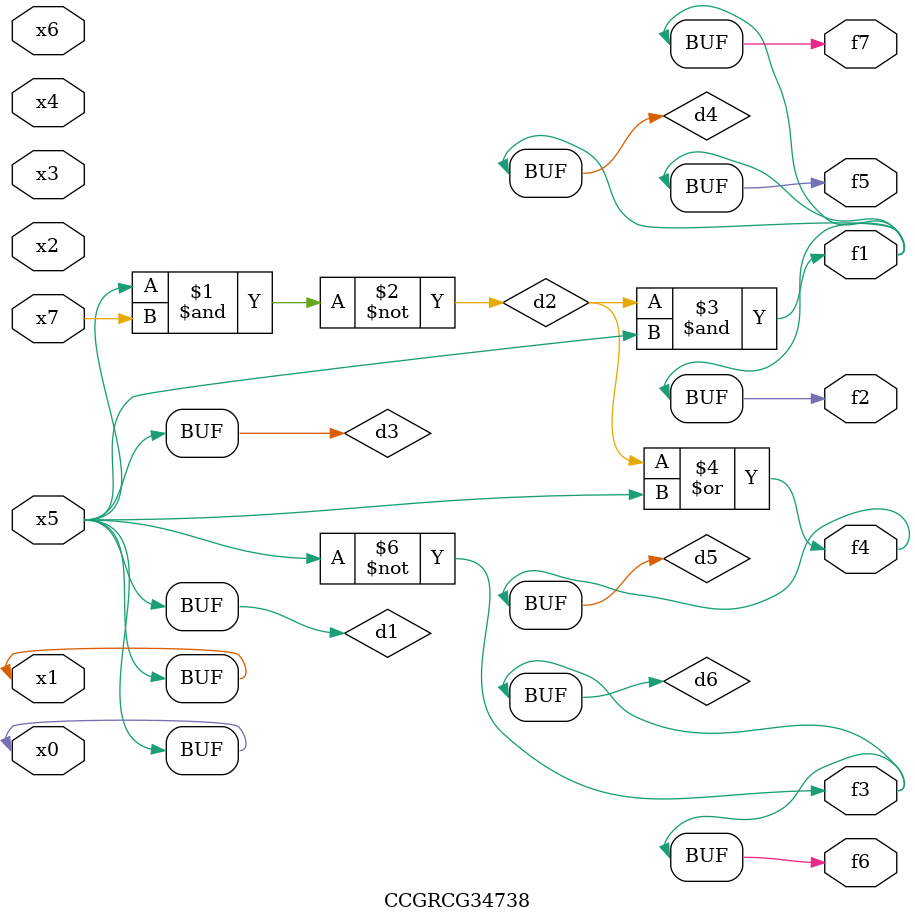
<source format=v>
module CCGRCG34738(
	input x0, x1, x2, x3, x4, x5, x6, x7,
	output f1, f2, f3, f4, f5, f6, f7
);

	wire d1, d2, d3, d4, d5, d6;

	buf (d1, x0, x5);
	nand (d2, x5, x7);
	buf (d3, x0, x1);
	and (d4, d2, d3);
	or (d5, d2, d3);
	nor (d6, d1, d3);
	assign f1 = d4;
	assign f2 = d4;
	assign f3 = d6;
	assign f4 = d5;
	assign f5 = d4;
	assign f6 = d6;
	assign f7 = d4;
endmodule

</source>
